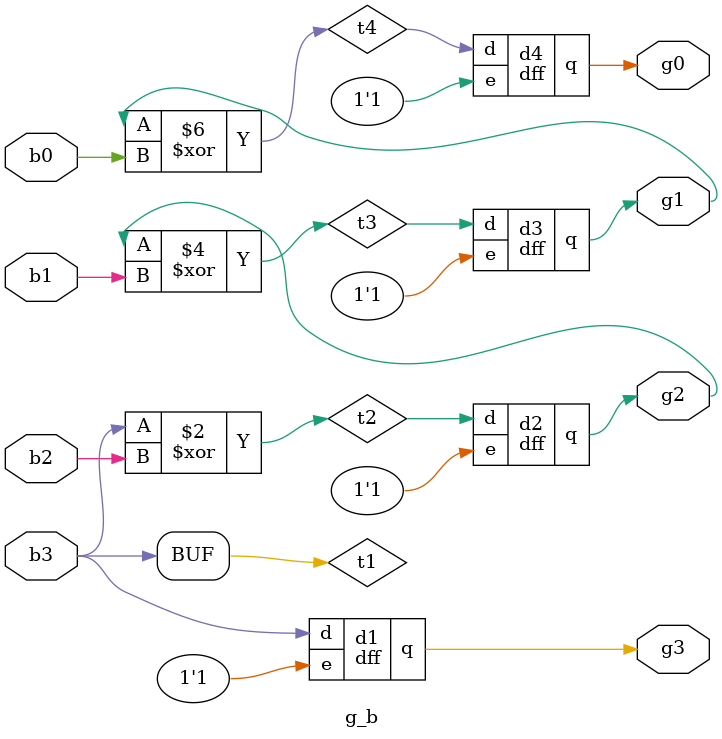
<source format=v>
module dff(input d, e,
			output q);
			
assign q = e ? d : 0;

endmodule 

module g_b(input b3, b2, b1, b0,
		  output g3, g2, g1, g0);
		  
   
  
  buf buf1(t1, b3);
  
  dff d1(t1, 1, g3);
  
  xor xor1(t2, b3, b2);
  
  dff d2(t2, 1, g2);
  
  xor xor2(t3, g2, b1);
  
  dff d3(t3, 1, g1);
  
  xor xor3(t4, g1, b0);
  
  dff d4(t4, 1, g0);
  
  endmodule 

</source>
